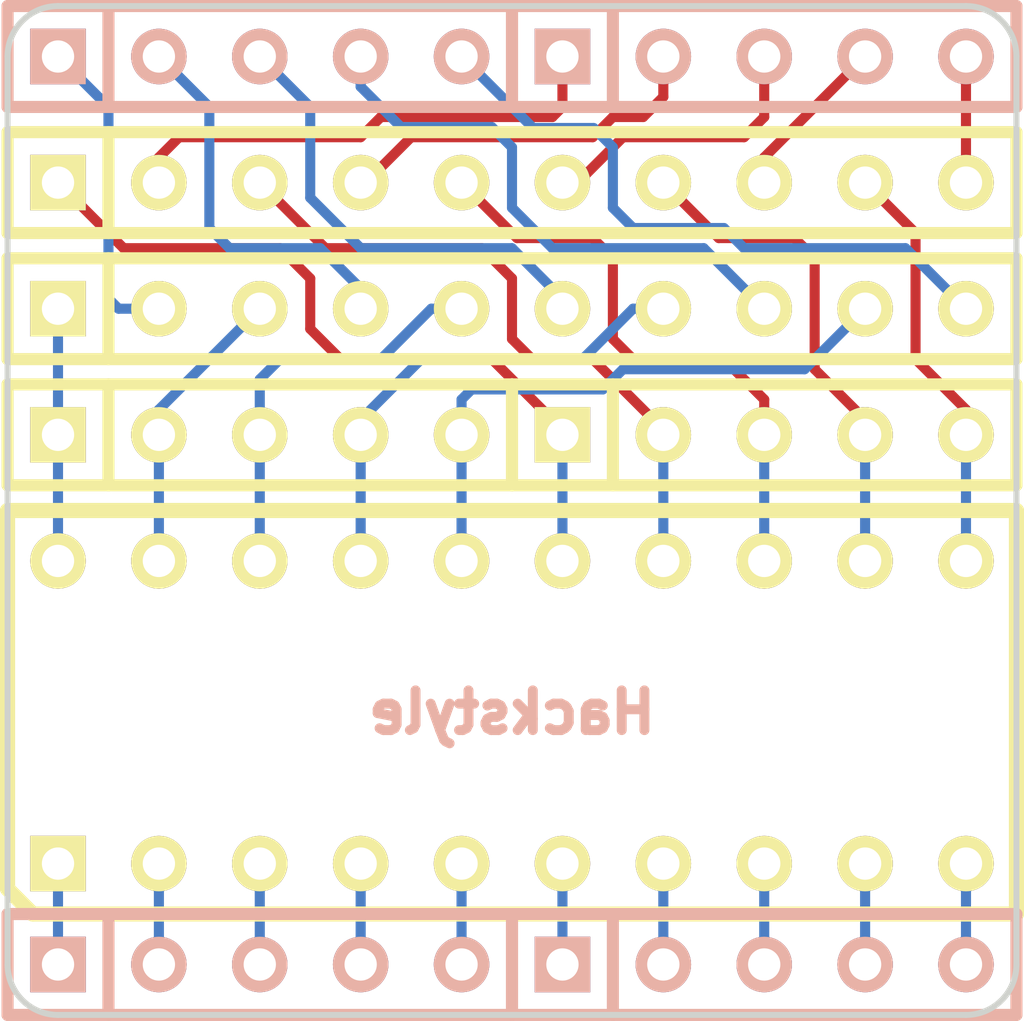
<source format=kicad_pcb>
(kicad_pcb (version 3) (host pcbnew "(2013-mar-25)-stable")

  (general
    (links 40)
    (no_connects 0)
    (area 223.075499 122.783599 249.364501 151.11476)
    (thickness 1.6)
    (drawings 9)
    (tracks 142)
    (zones 0)
    (modules 9)
    (nets 31)
  )

  (page A3)
  (layers
    (15 F.Cu signal)
    (0 B.Cu signal)
    (16 B.Adhes user)
    (17 F.Adhes user)
    (18 B.Paste user)
    (19 F.Paste user)
    (20 B.SilkS user)
    (21 F.SilkS user)
    (22 B.Mask user)
    (23 F.Mask user)
    (24 Dwgs.User user)
    (25 Cmts.User user)
    (26 Eco1.User user)
    (27 Eco2.User user)
    (28 Edge.Cuts user)
  )

  (setup
    (last_trace_width 0.254)
    (trace_clearance 0.254)
    (zone_clearance 0.508)
    (zone_45_only no)
    (trace_min 0.254)
    (segment_width 0.2)
    (edge_width 0.15)
    (via_size 0.889)
    (via_drill 0.635)
    (via_min_size 0.889)
    (via_min_drill 0.508)
    (uvia_size 0.508)
    (uvia_drill 0.127)
    (uvias_allowed no)
    (uvia_min_size 0.508)
    (uvia_min_drill 0.127)
    (pcb_text_width 0.3)
    (pcb_text_size 1 1)
    (mod_edge_width 0.15)
    (mod_text_size 1 1)
    (mod_text_width 0.15)
    (pad_size 1 1)
    (pad_drill 0.6)
    (pad_to_mask_clearance 0)
    (aux_axis_origin 0 0)
    (visible_elements FFFFFFBF)
    (pcbplotparams
      (layerselection 3178497)
      (usegerberextensions true)
      (excludeedgelayer true)
      (linewidth 152400)
      (plotframeref false)
      (viasonmask false)
      (mode 1)
      (useauxorigin false)
      (hpglpennumber 1)
      (hpglpenspeed 20)
      (hpglpendiameter 15)
      (hpglpenoverlay 2)
      (psnegative false)
      (psa4output false)
      (plotreference true)
      (plotvalue true)
      (plotothertext true)
      (plotinvisibletext false)
      (padsonsilk false)
      (subtractmaskfromsilk false)
      (outputformat 1)
      (mirror false)
      (drillshape 1)
      (scaleselection 1)
      (outputdirectory ""))
  )

  (net 0 "")
  (net 1 /11)
  (net 2 /12)
  (net 3 /13)
  (net 4 /14)
  (net 5 /15)
  (net 6 /16)
  (net 7 /17)
  (net 8 /18)
  (net 9 /19)
  (net 10 /20)
  (net 11 N-000001)
  (net 12 N-0000010)
  (net 13 N-0000011)
  (net 14 N-0000013)
  (net 15 N-0000014)
  (net 16 N-0000015)
  (net 17 N-0000016)
  (net 18 N-0000017)
  (net 19 N-0000018)
  (net 20 N-000002)
  (net 21 N-0000020)
  (net 22 N-0000021)
  (net 23 N-0000022)
  (net 24 N-000003)
  (net 25 N-000004)
  (net 26 N-000005)
  (net 27 N-000006)
  (net 28 N-000007)
  (net 29 N-000008)
  (net 30 N-000009)

  (net_class Default "This is the default net class."
    (clearance 0.254)
    (trace_width 0.254)
    (via_dia 0.889)
    (via_drill 0.635)
    (uvia_dia 0.508)
    (uvia_drill 0.127)
    (add_net "")
    (add_net /11)
    (add_net /12)
    (add_net /13)
    (add_net /14)
    (add_net /15)
    (add_net /16)
    (add_net /17)
    (add_net /18)
    (add_net /19)
    (add_net /20)
    (add_net N-000001)
    (add_net N-0000010)
    (add_net N-0000011)
    (add_net N-0000013)
    (add_net N-0000014)
    (add_net N-0000015)
    (add_net N-0000016)
    (add_net N-0000017)
    (add_net N-0000018)
    (add_net N-000002)
    (add_net N-0000020)
    (add_net N-0000021)
    (add_net N-0000022)
    (add_net N-000003)
    (add_net N-000004)
    (add_net N-000005)
    (add_net N-000006)
    (add_net N-000007)
    (add_net N-000008)
    (add_net N-000009)
  )

  (module SIL-5 (layer B.Cu) (tedit 5470FF15) (tstamp 546F30CB)
    (at 231.14 147.32)
    (descr "Connecteur 5 pins")
    (tags "CONN DEV")
    (path /54698C2B)
    (fp_text reference P1 (at -0.635 2.54) (layer B.SilkS) hide
      (effects (font (size 1.72974 1.08712) (thickness 0.27178)) (justify mirror))
    )
    (fp_text value CONN_5 (at 0 2.54) (layer B.SilkS) hide
      (effects (font (size 1.524 1.016) (thickness 0.3048)) (justify mirror))
    )
    (fp_line (start -7.62 -1.27) (end -7.62 1.27) (layer B.SilkS) (width 0.3048))
    (fp_line (start -7.62 1.27) (end 5.08 1.27) (layer B.SilkS) (width 0.3048))
    (fp_line (start 5.08 1.27) (end 5.08 -1.27) (layer B.SilkS) (width 0.3048))
    (fp_line (start 5.08 -1.27) (end -7.62 -1.27) (layer B.SilkS) (width 0.3048))
    (fp_line (start -5.08 -1.27) (end -5.08 1.27) (layer B.SilkS) (width 0.3048))
    (pad 1 thru_hole rect (at -6.35 0) (size 1.397 1.397) (drill 0.8128)
      (layers *.Cu *.Mask B.SilkS)
      (net 14 N-0000013)
    )
    (pad 2 thru_hole circle (at -3.81 0) (size 1.397 1.397) (drill 0.8128)
      (layers *.Cu *.Mask B.SilkS)
      (net 15 N-0000014)
    )
    (pad 3 thru_hole circle (at -1.27 0) (size 1.397 1.397) (drill 0.8128)
      (layers *.Cu *.Mask B.SilkS)
      (net 16 N-0000015)
    )
    (pad 4 thru_hole circle (at 1.27 0) (size 1.397 1.397) (drill 0.8128)
      (layers *.Cu *.Mask B.SilkS)
      (net 17 N-0000016)
    )
    (pad 5 thru_hole circle (at 3.81 0) (size 1.397 1.397) (drill 0.8128)
      (layers *.Cu *.Mask B.SilkS)
      (net 18 N-0000017)
    )
  )

  (module SIL-5 (layer B.Cu) (tedit 5470FF08) (tstamp 546F30D9)
    (at 243.84 147.32)
    (descr "Connecteur 5 pins")
    (tags "CONN DEV")
    (path /54698C43)
    (fp_text reference P2 (at -0.635 2.54) (layer B.SilkS) hide
      (effects (font (size 1.72974 1.08712) (thickness 0.27178)) (justify mirror))
    )
    (fp_text value CONN_5 (at 0 2.54) (layer B.SilkS) hide
      (effects (font (size 1.524 1.016) (thickness 0.3048)) (justify mirror))
    )
    (fp_line (start -7.62 -1.27) (end -7.62 1.27) (layer B.SilkS) (width 0.3048))
    (fp_line (start -7.62 1.27) (end 5.08 1.27) (layer B.SilkS) (width 0.3048))
    (fp_line (start 5.08 1.27) (end 5.08 -1.27) (layer B.SilkS) (width 0.3048))
    (fp_line (start 5.08 -1.27) (end -7.62 -1.27) (layer B.SilkS) (width 0.3048))
    (fp_line (start -5.08 -1.27) (end -5.08 1.27) (layer B.SilkS) (width 0.3048))
    (pad 1 thru_hole rect (at -6.35 0) (size 1.397 1.397) (drill 0.8128)
      (layers *.Cu *.Mask B.SilkS)
      (net 19 N-0000018)
    )
    (pad 2 thru_hole circle (at -3.81 0) (size 1.397 1.397) (drill 0.8128)
      (layers *.Cu *.Mask B.SilkS)
      (net 11 N-000001)
    )
    (pad 3 thru_hole circle (at -1.27 0) (size 1.397 1.397) (drill 0.8128)
      (layers *.Cu *.Mask B.SilkS)
      (net 20 N-000002)
    )
    (pad 4 thru_hole circle (at 1.27 0) (size 1.397 1.397) (drill 0.8128)
      (layers *.Cu *.Mask B.SilkS)
      (net 24 N-000003)
    )
    (pad 5 thru_hole circle (at 3.81 0) (size 1.397 1.397) (drill 0.8128)
      (layers *.Cu *.Mask B.SilkS)
      (net 25 N-000004)
    )
  )

  (module SIL-5 (layer B.Cu) (tedit 5470FF40) (tstamp 546F30E7)
    (at 231.14 124.46)
    (descr "Connecteur 5 pins")
    (tags "CONN DEV")
    (path /546C1AA1)
    (fp_text reference P5 (at -0.635 2.54) (layer B.SilkS) hide
      (effects (font (size 1.72974 1.08712) (thickness 0.27178)) (justify mirror))
    )
    (fp_text value CONN_5 (at 0 2.54) (layer B.SilkS) hide
      (effects (font (size 1.524 1.016) (thickness 0.254)) (justify mirror))
    )
    (fp_line (start -7.62 -1.27) (end -7.62 1.27) (layer B.SilkS) (width 0.3048))
    (fp_line (start -7.62 1.27) (end 5.08 1.27) (layer B.SilkS) (width 0.3048))
    (fp_line (start 5.08 1.27) (end 5.08 -1.27) (layer B.SilkS) (width 0.3048))
    (fp_line (start 5.08 -1.27) (end -7.62 -1.27) (layer B.SilkS) (width 0.3048))
    (fp_line (start -5.08 -1.27) (end -5.08 1.27) (layer B.SilkS) (width 0.3048))
    (pad 1 thru_hole rect (at -6.35 0) (size 1.397 1.397) (drill 0.8128)
      (layers *.Cu *.Mask B.SilkS)
      (net 26 N-000005)
    )
    (pad 2 thru_hole circle (at -3.81 0) (size 1.397 1.397) (drill 0.8128)
      (layers *.Cu *.Mask B.SilkS)
      (net 27 N-000006)
    )
    (pad 3 thru_hole circle (at -1.27 0) (size 1.397 1.397) (drill 0.8128)
      (layers *.Cu *.Mask B.SilkS)
      (net 28 N-000007)
    )
    (pad 4 thru_hole circle (at 1.27 0) (size 1.397 1.397) (drill 0.8128)
      (layers *.Cu *.Mask B.SilkS)
      (net 29 N-000008)
    )
    (pad 5 thru_hole circle (at 3.81 0) (size 1.397 1.397) (drill 0.8128)
      (layers *.Cu *.Mask B.SilkS)
      (net 30 N-000009)
    )
  )

  (module SIL-5 (layer B.Cu) (tedit 5470FFD0) (tstamp 5470EDD1)
    (at 243.84 124.46)
    (descr "Connecteur 5 pins")
    (tags "CONN DEV")
    (path /546C1AAE)
    (fp_text reference P6 (at -0.635 2.54) (layer B.SilkS) hide
      (effects (font (size 1.72974 1.08712) (thickness 0.27178)) (justify mirror))
    )
    (fp_text value CONN_5 (at 0 2.54) (layer B.SilkS) hide
      (effects (font (size 1.524 1.016) (thickness 0.254)) (justify mirror))
    )
    (fp_line (start -7.62 -1.27) (end -7.62 1.27) (layer B.SilkS) (width 0.3048))
    (fp_line (start -7.62 1.27) (end 5.08 1.27) (layer B.SilkS) (width 0.3048))
    (fp_line (start 5.08 1.27) (end 5.08 -1.27) (layer B.SilkS) (width 0.3048))
    (fp_line (start 5.08 -1.27) (end -7.62 -1.27) (layer B.SilkS) (width 0.3048))
    (fp_line (start -5.08 -1.27) (end -5.08 1.27) (layer B.SilkS) (width 0.3048))
    (pad 1 thru_hole rect (at -6.35 0) (size 1.397 1.397) (drill 0.8128)
      (layers *.Cu *.Mask B.SilkS)
      (net 12 N-0000010)
    )
    (pad 2 thru_hole circle (at -3.81 0) (size 1.397 1.397) (drill 0.8128)
      (layers *.Cu *.Mask B.SilkS)
      (net 13 N-0000011)
    )
    (pad 3 thru_hole circle (at -1.27 0) (size 1.397 1.397) (drill 0.8128)
      (layers *.Cu *.Mask B.SilkS)
      (net 21 N-0000020)
    )
    (pad 4 thru_hole circle (at 1.27 0) (size 1.397 1.397) (drill 0.8128)
      (layers *.Cu *.Mask B.SilkS)
      (net 22 N-0000021)
    )
    (pad 5 thru_hole circle (at 3.81 0) (size 1.397 1.397) (drill 0.8128)
      (layers *.Cu *.Mask B.SilkS)
      (net 23 N-0000022)
    )
  )

  (module SIL-5 (layer F.Cu) (tedit 5470FEF6) (tstamp 5470EA33)
    (at 231.14 133.985)
    (descr "Connecteur 5 pins")
    (tags "CONN DEV")
    (path /546D66EA)
    (fp_text reference P3 (at -0.635 -2.54) (layer F.SilkS) hide
      (effects (font (size 1.72974 1.08712) (thickness 0.27178)))
    )
    (fp_text value CONN_5 (at 0 -2.54) (layer F.SilkS) hide
      (effects (font (size 1.524 1.016) (thickness 0.3048)))
    )
    (fp_line (start -7.62 1.27) (end -7.62 -1.27) (layer F.SilkS) (width 0.3048))
    (fp_line (start -7.62 -1.27) (end 5.08 -1.27) (layer F.SilkS) (width 0.3048))
    (fp_line (start 5.08 -1.27) (end 5.08 1.27) (layer F.SilkS) (width 0.3048))
    (fp_line (start 5.08 1.27) (end -7.62 1.27) (layer F.SilkS) (width 0.3048))
    (fp_line (start -5.08 1.27) (end -5.08 -1.27) (layer F.SilkS) (width 0.3048))
    (pad 1 thru_hole rect (at -6.35 0) (size 1.397 1.397) (drill 0.8128)
      (layers *.Cu *.Mask F.SilkS)
      (net 10 /20)
    )
    (pad 2 thru_hole circle (at -3.81 0) (size 1.397 1.397) (drill 0.8128)
      (layers *.Cu *.Mask F.SilkS)
      (net 9 /19)
    )
    (pad 3 thru_hole circle (at -1.27 0) (size 1.397 1.397) (drill 0.8128)
      (layers *.Cu *.Mask F.SilkS)
      (net 8 /18)
    )
    (pad 4 thru_hole circle (at 1.27 0) (size 1.397 1.397) (drill 0.8128)
      (layers *.Cu *.Mask F.SilkS)
      (net 7 /17)
    )
    (pad 5 thru_hole circle (at 3.81 0) (size 1.397 1.397) (drill 0.8128)
      (layers *.Cu *.Mask F.SilkS)
      (net 6 /16)
    )
  )

  (module SIL-5 (layer F.Cu) (tedit 5470FF23) (tstamp 5470EA42)
    (at 243.84 133.985)
    (descr "Connecteur 5 pins")
    (tags "CONN DEV")
    (path /546D66F0)
    (fp_text reference P4 (at -0.635 -2.54) (layer F.SilkS) hide
      (effects (font (size 1.72974 1.08712) (thickness 0.27178)))
    )
    (fp_text value CONN_5 (at 0 -2.54) (layer F.SilkS) hide
      (effects (font (size 1.524 1.016) (thickness 0.3048)))
    )
    (fp_line (start -7.62 1.27) (end -7.62 -1.27) (layer F.SilkS) (width 0.3048))
    (fp_line (start -7.62 -1.27) (end 5.08 -1.27) (layer F.SilkS) (width 0.3048))
    (fp_line (start 5.08 -1.27) (end 5.08 1.27) (layer F.SilkS) (width 0.3048))
    (fp_line (start 5.08 1.27) (end -7.62 1.27) (layer F.SilkS) (width 0.3048))
    (fp_line (start -5.08 1.27) (end -5.08 -1.27) (layer F.SilkS) (width 0.3048))
    (pad 1 thru_hole rect (at -6.35 0) (size 1.397 1.397) (drill 0.8128)
      (layers *.Cu *.Mask F.SilkS)
      (net 5 /15)
    )
    (pad 2 thru_hole circle (at -3.81 0) (size 1.397 1.397) (drill 0.8128)
      (layers *.Cu *.Mask F.SilkS)
      (net 4 /14)
    )
    (pad 3 thru_hole circle (at -1.27 0) (size 1.397 1.397) (drill 0.8128)
      (layers *.Cu *.Mask F.SilkS)
      (net 3 /13)
    )
    (pad 4 thru_hole circle (at 1.27 0) (size 1.397 1.397) (drill 0.8128)
      (layers *.Cu *.Mask F.SilkS)
      (net 2 /12)
    )
    (pad 5 thru_hole circle (at 3.81 0) (size 1.397 1.397) (drill 0.8128)
      (layers *.Cu *.Mask F.SilkS)
      (net 1 /11)
    )
  )

  (module SIL-10 (layer F.Cu) (tedit 5470FFB7) (tstamp 5470EDAE)
    (at 236.22 130.81)
    (descr "Connecteur 10 pins")
    (tags "CONN DEV")
    (path /546D60AC)
    (fp_text reference RP1 (at -6.35 -2.54) (layer F.SilkS) hide
      (effects (font (size 1.72974 1.08712) (thickness 0.27178)))
    )
    (fp_text value 220 (at 6.35 -2.54) (layer F.SilkS) hide
      (effects (font (size 1.524 1.016) (thickness 0.254)))
    )
    (fp_line (start -12.7 1.27) (end -12.7 -1.27) (layer F.SilkS) (width 0.3048))
    (fp_line (start -12.7 -1.27) (end 12.7 -1.27) (layer F.SilkS) (width 0.3048))
    (fp_line (start 12.7 -1.27) (end 12.7 1.27) (layer F.SilkS) (width 0.3048))
    (fp_line (start 12.7 1.27) (end -12.7 1.27) (layer F.SilkS) (width 0.3048))
    (fp_line (start -10.16 1.27) (end -10.16 -1.27) (layer F.SilkS) (width 0.3048))
    (pad 1 thru_hole rect (at -11.43 0) (size 1.397 1.397) (drill 0.8128)
      (layers *.Cu *.Mask F.SilkS)
      (net 10 /20)
    )
    (pad 2 thru_hole circle (at -8.89 0) (size 1.397 1.397) (drill 0.8128)
      (layers *.Cu *.Mask F.SilkS)
      (net 26 N-000005)
    )
    (pad 3 thru_hole circle (at -6.35 0) (size 1.397 1.397) (drill 0.8128)
      (layers *.Cu *.Mask F.SilkS)
      (net 9 /19)
    )
    (pad 4 thru_hole circle (at -3.81 0) (size 1.397 1.397) (drill 0.8128)
      (layers *.Cu *.Mask F.SilkS)
      (net 27 N-000006)
    )
    (pad 5 thru_hole circle (at -1.27 0) (size 1.397 1.397) (drill 0.8128)
      (layers *.Cu *.Mask F.SilkS)
      (net 8 /18)
    )
    (pad 6 thru_hole circle (at 1.27 0) (size 1.397 1.397) (drill 0.8128)
      (layers *.Cu *.Mask F.SilkS)
      (net 28 N-000007)
    )
    (pad 7 thru_hole circle (at 3.81 0) (size 1.397 1.397) (drill 0.8128)
      (layers *.Cu *.Mask F.SilkS)
      (net 7 /17)
    )
    (pad 8 thru_hole circle (at 6.35 0) (size 1.397 1.397) (drill 0.8128)
      (layers *.Cu *.Mask F.SilkS)
      (net 29 N-000008)
    )
    (pad 9 thru_hole circle (at 8.89 0) (size 1.397 1.397) (drill 0.8128)
      (layers *.Cu *.Mask F.SilkS)
      (net 6 /16)
    )
    (pad 10 thru_hole circle (at 11.43 0) (size 1.397 1.397) (drill 0.8128)
      (layers *.Cu *.Mask F.SilkS)
      (net 30 N-000009)
    )
  )

  (module SIL-10 (layer F.Cu) (tedit 5470FFF5) (tstamp 5470EDC2)
    (at 236.22 127.635)
    (descr "Connecteur 10 pins")
    (tags "CONN DEV")
    (path /546D60B9)
    (fp_text reference RP2 (at -6.35 -2.54) (layer F.SilkS) hide
      (effects (font (size 1.72974 1.08712) (thickness 0.27178)))
    )
    (fp_text value 220 (at 6.35 -2.54) (layer F.SilkS) hide
      (effects (font (size 1.524 1.016) (thickness 0.254)))
    )
    (fp_line (start -12.7 1.27) (end -12.7 -1.27) (layer F.SilkS) (width 0.3048))
    (fp_line (start -12.7 -1.27) (end 12.7 -1.27) (layer F.SilkS) (width 0.3048))
    (fp_line (start 12.7 -1.27) (end 12.7 1.27) (layer F.SilkS) (width 0.3048))
    (fp_line (start 12.7 1.27) (end -12.7 1.27) (layer F.SilkS) (width 0.3048))
    (fp_line (start -10.16 1.27) (end -10.16 -1.27) (layer F.SilkS) (width 0.3048))
    (pad 1 thru_hole rect (at -11.43 0) (size 1.397 1.397) (drill 0.8128)
      (layers *.Cu *.Mask F.SilkS)
      (net 5 /15)
    )
    (pad 2 thru_hole circle (at -8.89 0) (size 1.397 1.397) (drill 0.8128)
      (layers *.Cu *.Mask F.SilkS)
      (net 12 N-0000010)
    )
    (pad 3 thru_hole circle (at -6.35 0) (size 1.397 1.397) (drill 0.8128)
      (layers *.Cu *.Mask F.SilkS)
      (net 4 /14)
    )
    (pad 4 thru_hole circle (at -3.81 0) (size 1.397 1.397) (drill 0.8128)
      (layers *.Cu *.Mask F.SilkS)
      (net 13 N-0000011)
    )
    (pad 5 thru_hole circle (at -1.27 0) (size 1.397 1.397) (drill 0.8128)
      (layers *.Cu *.Mask F.SilkS)
      (net 3 /13)
    )
    (pad 6 thru_hole circle (at 1.27 0) (size 1.397 1.397) (drill 0.8128)
      (layers *.Cu *.Mask F.SilkS)
      (net 21 N-0000020)
    )
    (pad 7 thru_hole circle (at 3.81 0) (size 1.397 1.397) (drill 0.8128)
      (layers *.Cu *.Mask F.SilkS)
      (net 2 /12)
    )
    (pad 8 thru_hole circle (at 6.35 0) (size 1.397 1.397) (drill 0.8128)
      (layers *.Cu *.Mask F.SilkS)
      (net 22 N-0000021)
    )
    (pad 9 thru_hole circle (at 8.89 0) (size 1.397 1.397) (drill 0.8128)
      (layers *.Cu *.Mask F.SilkS)
      (net 1 /11)
    )
    (pad 10 thru_hole circle (at 11.43 0) (size 1.397 1.397) (drill 0.8128)
      (layers *.Cu *.Mask F.SilkS)
      (net 23 N-0000022)
    )
  )

  (module 10LED_BAR (layer F.Cu) (tedit 5470FEE8) (tstamp 5470FFA6)
    (at 236.22 140.97)
    (descr "20 pins DIL package, round pads")
    (tags DIL)
    (path /54698BB5)
    (fp_text reference BAR1 (at -8.89 -1.27) (layer F.SilkS) hide
      (effects (font (size 1.778 1.143) (thickness 0.28575)))
    )
    (fp_text value DOT-BAR2 (at 6.985 1.27) (layer F.SilkS) hide
      (effects (font (size 1.778 1.143) (thickness 0.28575)))
    )
    (fp_line (start -12.7 4.445) (end -12.065 5.08) (layer F.SilkS) (width 0.381))
    (fp_line (start -12.7 -5.08) (end -12.7 4.445) (layer F.SilkS) (width 0.381))
    (fp_line (start -12.7 -5.08) (end 12.7 -5.08) (layer F.SilkS) (width 0.381))
    (fp_line (start 12.7 -5.08) (end 12.7 5.08) (layer F.SilkS) (width 0.381))
    (fp_line (start 12.7 5.08) (end -12.065 5.08) (layer F.SilkS) (width 0.381))
    (pad 1 thru_hole rect (at -11.43 3.81) (size 1.397 1.397) (drill 0.8128)
      (layers *.Cu *.Mask F.SilkS)
      (net 14 N-0000013)
    )
    (pad 2 thru_hole circle (at -8.89 3.81) (size 1.397 1.397) (drill 0.8128)
      (layers *.Cu *.Mask F.SilkS)
      (net 15 N-0000014)
    )
    (pad 3 thru_hole circle (at -6.35 3.81) (size 1.397 1.397) (drill 0.8128)
      (layers *.Cu *.Mask F.SilkS)
      (net 16 N-0000015)
    )
    (pad 4 thru_hole circle (at -3.81 3.81) (size 1.397 1.397) (drill 0.8128)
      (layers *.Cu *.Mask F.SilkS)
      (net 17 N-0000016)
    )
    (pad 5 thru_hole circle (at -1.27 3.81) (size 1.397 1.397) (drill 0.8128)
      (layers *.Cu *.Mask F.SilkS)
      (net 18 N-0000017)
    )
    (pad 6 thru_hole circle (at 1.27 3.81) (size 1.397 1.397) (drill 0.8128)
      (layers *.Cu *.Mask F.SilkS)
      (net 19 N-0000018)
    )
    (pad 7 thru_hole circle (at 3.81 3.81) (size 1.397 1.397) (drill 0.8128)
      (layers *.Cu *.Mask F.SilkS)
      (net 11 N-000001)
    )
    (pad 8 thru_hole circle (at 6.35 3.81) (size 1.397 1.397) (drill 0.8128)
      (layers *.Cu *.Mask F.SilkS)
      (net 20 N-000002)
    )
    (pad 9 thru_hole circle (at 8.89 3.81) (size 1.397 1.397) (drill 0.8128)
      (layers *.Cu *.Mask F.SilkS)
      (net 24 N-000003)
    )
    (pad 10 thru_hole circle (at 11.43 3.81) (size 1.397 1.397) (drill 0.8128)
      (layers *.Cu *.Mask F.SilkS)
      (net 25 N-000004)
    )
    (pad 11 thru_hole circle (at 11.43 -3.81) (size 1.397 1.397) (drill 0.8128)
      (layers *.Cu *.Mask F.SilkS)
      (net 1 /11)
    )
    (pad 12 thru_hole circle (at 8.89 -3.81) (size 1.397 1.397) (drill 0.8128)
      (layers *.Cu *.Mask F.SilkS)
      (net 2 /12)
    )
    (pad 13 thru_hole circle (at 6.35 -3.81) (size 1.397 1.397) (drill 0.8128)
      (layers *.Cu *.Mask F.SilkS)
      (net 3 /13)
    )
    (pad 14 thru_hole circle (at 3.81 -3.81) (size 1.397 1.397) (drill 0.8128)
      (layers *.Cu *.Mask F.SilkS)
      (net 4 /14)
    )
    (pad 15 thru_hole circle (at 1.27 -3.81) (size 1.397 1.397) (drill 0.8128)
      (layers *.Cu *.Mask F.SilkS)
      (net 5 /15)
    )
    (pad 16 thru_hole circle (at -1.27 -3.81) (size 1.397 1.397) (drill 0.8128)
      (layers *.Cu *.Mask F.SilkS)
      (net 6 /16)
    )
    (pad 17 thru_hole circle (at -3.81 -3.81) (size 1.397 1.397) (drill 0.8128)
      (layers *.Cu *.Mask F.SilkS)
      (net 7 /17)
    )
    (pad 18 thru_hole circle (at -6.35 -3.81) (size 1.397 1.397) (drill 0.8128)
      (layers *.Cu *.Mask F.SilkS)
      (net 8 /18)
    )
    (pad 19 thru_hole circle (at -8.89 -3.81) (size 1.397 1.397) (drill 0.8128)
      (layers *.Cu *.Mask F.SilkS)
      (net 9 /19)
    )
    (pad 20 thru_hole circle (at -11.43 -3.81) (size 1.397 1.397) (drill 0.8128)
      (layers *.Cu *.Mask F.SilkS)
      (net 10 /20)
    )
  )

  (gr_text Hackstyle (at 236.22 140.97) (layer B.SilkS)
    (effects (font (size 1 1) (thickness 0.25)) (justify mirror))
  )
  (gr_line (start 223.52 124.46) (end 223.52 147.32) (angle 90) (layer Edge.Cuts) (width 0.15))
  (gr_line (start 247.65 123.19) (end 224.79 123.19) (angle 90) (layer Edge.Cuts) (width 0.15))
  (gr_line (start 248.92 147.32) (end 248.92 124.46) (angle 90) (layer Edge.Cuts) (width 0.15))
  (gr_line (start 224.79 148.59) (end 247.65 148.59) (angle 90) (layer Edge.Cuts) (width 0.15))
  (gr_arc (start 224.79 147.32) (end 224.79 148.59) (angle 90) (layer Edge.Cuts) (width 0.15))
  (gr_arc (start 224.79 124.46) (end 223.52 124.46) (angle 90) (layer Edge.Cuts) (width 0.15))
  (gr_arc (start 247.65 124.46) (end 247.65 123.19) (angle 90) (layer Edge.Cuts) (width 0.15))
  (gr_arc (start 247.65 147.32) (end 248.92 147.32) (angle 90) (layer Edge.Cuts) (width 0.15))

  (segment (start 247.65 133.985) (end 247.65 133.35) (width 0.254) (layer F.Cu) (net 1))
  (segment (start 246.38 128.905) (end 245.11 127.635) (width 0.254) (layer F.Cu) (net 1) (tstamp 5471019C))
  (segment (start 246.38 132.08) (end 246.38 128.905) (width 0.254) (layer F.Cu) (net 1) (tstamp 54710199))
  (segment (start 247.65 133.35) (end 246.38 132.08) (width 0.254) (layer F.Cu) (net 1) (tstamp 54710194))
  (segment (start 247.65 137.16) (end 247.65 133.985) (width 0.254) (layer B.Cu) (net 1))
  (segment (start 245.11 133.985) (end 245.11 133.604) (width 0.254) (layer F.Cu) (net 2))
  (segment (start 241.427 129.032) (end 240.03 127.635) (width 0.254) (layer F.Cu) (net 2) (tstamp 547101C6))
  (segment (start 243.332 129.032) (end 241.427 129.032) (width 0.254) (layer F.Cu) (net 2) (tstamp 547101C4))
  (segment (start 243.84 129.54) (end 243.332 129.032) (width 0.254) (layer F.Cu) (net 2) (tstamp 547101C3))
  (segment (start 243.84 132.334) (end 243.84 129.54) (width 0.254) (layer F.Cu) (net 2) (tstamp 547101BE))
  (segment (start 245.11 133.604) (end 243.84 132.334) (width 0.254) (layer F.Cu) (net 2) (tstamp 547101BA))
  (segment (start 245.11 137.16) (end 245.11 133.985) (width 0.254) (layer B.Cu) (net 2))
  (segment (start 242.57 133.985) (end 242.57 133.096) (width 0.254) (layer F.Cu) (net 3))
  (segment (start 236.347 129.032) (end 234.95 127.635) (width 0.254) (layer F.Cu) (net 3) (tstamp 547101DE))
  (segment (start 238.252 129.032) (end 236.347 129.032) (width 0.254) (layer F.Cu) (net 3) (tstamp 547101DD))
  (segment (start 238.76 129.54) (end 238.252 129.032) (width 0.254) (layer F.Cu) (net 3) (tstamp 547101DA))
  (segment (start 238.76 131.572) (end 238.76 129.54) (width 0.254) (layer F.Cu) (net 3) (tstamp 547101D8))
  (segment (start 239.268 132.08) (end 238.76 131.572) (width 0.254) (layer F.Cu) (net 3) (tstamp 547101D7))
  (segment (start 241.554 132.08) (end 239.268 132.08) (width 0.254) (layer F.Cu) (net 3) (tstamp 547101D0))
  (segment (start 242.57 133.096) (end 241.554 132.08) (width 0.254) (layer F.Cu) (net 3) (tstamp 547101CB))
  (segment (start 242.57 137.16) (end 242.57 133.985) (width 0.254) (layer B.Cu) (net 3))
  (segment (start 240.03 133.985) (end 240.03 133.858) (width 0.254) (layer F.Cu) (net 4))
  (segment (start 231.521 129.286) (end 229.87 127.635) (width 0.254) (layer F.Cu) (net 4) (tstamp 547101FB))
  (segment (start 235.458 129.286) (end 231.521 129.286) (width 0.254) (layer F.Cu) (net 4) (tstamp 547101F8))
  (segment (start 236.22 130.048) (end 235.458 129.286) (width 0.254) (layer F.Cu) (net 4) (tstamp 547101F2))
  (segment (start 236.22 131.572) (end 236.22 130.048) (width 0.254) (layer F.Cu) (net 4) (tstamp 547101EF))
  (segment (start 236.728 132.08) (end 236.22 131.572) (width 0.254) (layer F.Cu) (net 4) (tstamp 547101EE))
  (segment (start 238.252 132.08) (end 236.728 132.08) (width 0.254) (layer F.Cu) (net 4) (tstamp 547101E9))
  (segment (start 240.03 133.858) (end 238.252 132.08) (width 0.254) (layer F.Cu) (net 4) (tstamp 547101E2))
  (segment (start 240.03 137.16) (end 240.03 133.985) (width 0.254) (layer B.Cu) (net 4))
  (segment (start 237.49 133.985) (end 237.49 133.858) (width 0.254) (layer F.Cu) (net 5))
  (segment (start 226.441 129.286) (end 224.79 127.635) (width 0.254) (layer F.Cu) (net 5) (tstamp 5471021C))
  (segment (start 230.378 129.286) (end 226.441 129.286) (width 0.254) (layer F.Cu) (net 5) (tstamp 54710218))
  (segment (start 231.14 130.048) (end 230.378 129.286) (width 0.254) (layer F.Cu) (net 5) (tstamp 54710216))
  (segment (start 231.14 131.318) (end 231.14 130.048) (width 0.254) (layer F.Cu) (net 5) (tstamp 54710212))
  (segment (start 231.902 132.08) (end 231.14 131.318) (width 0.254) (layer F.Cu) (net 5) (tstamp 54710210))
  (segment (start 235.712 132.08) (end 231.902 132.08) (width 0.254) (layer F.Cu) (net 5) (tstamp 54710206))
  (segment (start 237.49 133.858) (end 235.712 132.08) (width 0.254) (layer F.Cu) (net 5) (tstamp 54710202))
  (segment (start 237.49 137.16) (end 237.49 133.985) (width 0.254) (layer B.Cu) (net 5))
  (segment (start 234.95 133.985) (end 234.95 133.096) (width 0.254) (layer B.Cu) (net 6))
  (segment (start 243.586 132.334) (end 245.11 130.81) (width 0.254) (layer B.Cu) (net 6) (tstamp 5470FDED))
  (segment (start 239.014 132.334) (end 243.586 132.334) (width 0.254) (layer B.Cu) (net 6) (tstamp 5470FDEB))
  (segment (start 238.506 132.842) (end 239.014 132.334) (width 0.254) (layer B.Cu) (net 6) (tstamp 5470FDEA))
  (segment (start 235.204 132.842) (end 238.506 132.842) (width 0.254) (layer B.Cu) (net 6) (tstamp 5470FDE4))
  (segment (start 234.95 133.096) (end 235.204 132.842) (width 0.254) (layer B.Cu) (net 6) (tstamp 5470FDE2))
  (segment (start 234.95 137.16) (end 234.95 133.985) (width 0.254) (layer B.Cu) (net 6))
  (segment (start 232.41 133.985) (end 232.41 133.604) (width 0.254) (layer B.Cu) (net 7))
  (segment (start 239.268 130.81) (end 240.03 130.81) (width 0.254) (layer B.Cu) (net 7) (tstamp 5470F29B))
  (segment (start 237.998 132.08) (end 239.268 130.81) (width 0.254) (layer B.Cu) (net 7) (tstamp 5470F299))
  (segment (start 233.934 132.08) (end 237.998 132.08) (width 0.254) (layer B.Cu) (net 7) (tstamp 5470F292))
  (segment (start 232.41 133.604) (end 233.934 132.08) (width 0.254) (layer B.Cu) (net 7) (tstamp 5470F281))
  (segment (start 232.41 137.16) (end 232.41 133.985) (width 0.254) (layer B.Cu) (net 7))
  (segment (start 229.87 133.985) (end 229.87 132.588) (width 0.254) (layer B.Cu) (net 8))
  (segment (start 234.188 130.81) (end 234.95 130.81) (width 0.254) (layer B.Cu) (net 8) (tstamp 5470F27C))
  (segment (start 232.918 132.08) (end 234.188 130.81) (width 0.254) (layer B.Cu) (net 8) (tstamp 5470F279))
  (segment (start 230.378 132.08) (end 232.918 132.08) (width 0.254) (layer B.Cu) (net 8) (tstamp 5470F274))
  (segment (start 229.87 132.588) (end 230.378 132.08) (width 0.254) (layer B.Cu) (net 8) (tstamp 5470F270))
  (segment (start 229.87 137.16) (end 229.87 133.985) (width 0.254) (layer B.Cu) (net 8))
  (segment (start 227.33 133.985) (end 227.33 133.35) (width 0.254) (layer B.Cu) (net 9))
  (segment (start 227.33 133.35) (end 229.87 130.81) (width 0.254) (layer B.Cu) (net 9) (tstamp 5470F112))
  (segment (start 227.33 137.16) (end 227.33 133.985) (width 0.254) (layer B.Cu) (net 9))
  (segment (start 224.79 133.985) (end 224.79 130.81) (width 0.254) (layer B.Cu) (net 10))
  (segment (start 224.79 137.16) (end 224.79 133.985) (width 0.254) (layer B.Cu) (net 10))
  (segment (start 240.03 144.78) (end 240.03 147.32) (width 0.254) (layer B.Cu) (net 11))
  (via (at 240.03 147.32) (size 0.889) (layers F.Cu B.Cu) (net 11))
  (segment (start 227.33 127.635) (end 227.33 127) (width 0.254) (layer F.Cu) (net 12))
  (segment (start 237.49 125.73) (end 237.49 124.46) (width 0.254) (layer F.Cu) (net 12) (tstamp 54710189))
  (segment (start 237.236002 125.983998) (end 237.49 125.73) (width 0.254) (layer F.Cu) (net 12) (tstamp 54710188))
  (segment (start 232.918002 125.983998) (end 237.236002 125.983998) (width 0.254) (layer F.Cu) (net 12) (tstamp 54710186))
  (segment (start 232.41 126.492) (end 232.918002 125.983998) (width 0.254) (layer F.Cu) (net 12) (tstamp 54710184))
  (segment (start 227.838 126.492) (end 232.41 126.492) (width 0.254) (layer F.Cu) (net 12) (tstamp 54710182))
  (segment (start 227.33 127) (end 227.838 126.492) (width 0.254) (layer F.Cu) (net 12) (tstamp 5471017F))
  (via (at 240.03 124.46) (size 0.889) (layers F.Cu B.Cu) (net 13))
  (segment (start 232.41 127.635) (end 232.537 127.635) (width 0.254) (layer F.Cu) (net 13))
  (segment (start 240.03 125.476) (end 240.03 124.46) (width 0.254) (layer F.Cu) (net 13) (tstamp 5471016A))
  (segment (start 239.522002 125.983998) (end 240.03 125.476) (width 0.254) (layer F.Cu) (net 13) (tstamp 54710168))
  (segment (start 238.760002 125.983998) (end 239.522002 125.983998) (width 0.254) (layer F.Cu) (net 13) (tstamp 54710163))
  (segment (start 238.252 126.492) (end 238.760002 125.983998) (width 0.254) (layer F.Cu) (net 13) (tstamp 54710162))
  (segment (start 233.68 126.492) (end 238.252 126.492) (width 0.254) (layer F.Cu) (net 13) (tstamp 5471015F))
  (segment (start 232.537 127.635) (end 233.68 126.492) (width 0.254) (layer F.Cu) (net 13) (tstamp 5471015B))
  (segment (start 224.79 144.78) (end 224.79 147.32) (width 0.254) (layer B.Cu) (net 14))
  (via (at 224.79 147.32) (size 0.889) (layers F.Cu B.Cu) (net 14))
  (segment (start 227.33 144.78) (end 227.33 147.32) (width 0.254) (layer B.Cu) (net 15))
  (via (at 227.33 147.32) (size 0.889) (layers F.Cu B.Cu) (net 15))
  (segment (start 229.87 144.78) (end 229.87 147.32) (width 0.254) (layer B.Cu) (net 16))
  (via (at 229.87 147.32) (size 0.889) (layers F.Cu B.Cu) (net 16))
  (segment (start 232.41 144.78) (end 232.41 147.32) (width 0.254) (layer B.Cu) (net 17))
  (via (at 232.41 147.32) (size 0.889) (layers F.Cu B.Cu) (net 17))
  (segment (start 234.95 144.78) (end 234.95 147.32) (width 0.254) (layer B.Cu) (net 18))
  (via (at 234.95 147.32) (size 0.889) (layers F.Cu B.Cu) (net 18))
  (segment (start 237.49 144.78) (end 237.49 147.32) (width 0.254) (layer B.Cu) (net 19))
  (via (at 237.49 147.32) (size 0.889) (layers F.Cu B.Cu) (net 19))
  (segment (start 242.57 144.78) (end 242.57 147.32) (width 0.254) (layer B.Cu) (net 20))
  (via (at 242.57 147.32) (size 0.889) (layers F.Cu B.Cu) (net 20))
  (segment (start 237.49 127.635) (end 237.871 127.635) (width 0.254) (layer F.Cu) (net 21))
  (segment (start 242.57 125.984) (end 242.57 124.46) (width 0.254) (layer F.Cu) (net 21) (tstamp 54710153))
  (segment (start 242.062 126.492) (end 242.57 125.984) (width 0.254) (layer F.Cu) (net 21) (tstamp 54710152))
  (segment (start 239.014 126.492) (end 242.062 126.492) (width 0.254) (layer F.Cu) (net 21) (tstamp 5471014E))
  (segment (start 237.871 127.635) (end 239.014 126.492) (width 0.254) (layer F.Cu) (net 21) (tstamp 5471014C))
  (via (at 242.57 124.46) (size 0.889) (layers F.Cu B.Cu) (net 21))
  (segment (start 242.57 127.635) (end 242.57 127) (width 0.254) (layer F.Cu) (net 22))
  (segment (start 242.57 127) (end 245.11 124.46) (width 0.254) (layer F.Cu) (net 22) (tstamp 54710122))
  (via (at 245.11 124.46) (size 0.889) (layers F.Cu B.Cu) (net 22))
  (segment (start 247.65 127.635) (end 247.65 124.46) (width 0.254) (layer F.Cu) (net 23))
  (via (at 247.65 124.46) (size 0.889) (layers F.Cu B.Cu) (net 23))
  (segment (start 245.11 144.78) (end 245.11 147.32) (width 0.254) (layer B.Cu) (net 24))
  (via (at 245.11 147.32) (size 0.889) (layers F.Cu B.Cu) (net 24))
  (segment (start 247.65 144.78) (end 247.65 147.32) (width 0.254) (layer B.Cu) (net 25))
  (via (at 247.65 147.32) (size 0.889) (layers F.Cu B.Cu) (net 25))
  (segment (start 227.33 130.81) (end 226.314 130.81) (width 0.254) (layer B.Cu) (net 26))
  (segment (start 226.06 125.73) (end 224.79 124.46) (width 0.254) (layer B.Cu) (net 26) (tstamp 5470F154))
  (segment (start 226.06 130.556) (end 226.06 125.73) (width 0.254) (layer B.Cu) (net 26) (tstamp 5470F150))
  (segment (start 226.314 130.81) (end 226.06 130.556) (width 0.254) (layer B.Cu) (net 26) (tstamp 5470F14B))
  (segment (start 228.6 125.73) (end 227.33 124.46) (width 0.254) (layer B.Cu) (net 27) (tstamp 5470F193))
  (segment (start 228.6 128.778) (end 228.6 125.73) (width 0.254) (layer B.Cu) (net 27) (tstamp 5470F18F))
  (segment (start 229.108 129.286) (end 228.6 128.778) (width 0.254) (layer B.Cu) (net 27) (tstamp 5470F173))
  (segment (start 231.394 129.286) (end 229.108 129.286) (width 0.254) (layer B.Cu) (net 27) (tstamp 5470F16A))
  (segment (start 232.41 130.302) (end 231.394 129.286) (width 0.254) (layer B.Cu) (net 27) (tstamp 5470F166))
  (segment (start 232.41 130.81) (end 232.41 130.302) (width 0.254) (layer B.Cu) (net 27))
  (segment (start 237.49 130.81) (end 237.49 130.556) (width 0.254) (layer B.Cu) (net 28))
  (segment (start 231.14 125.73) (end 229.87 124.46) (width 0.254) (layer B.Cu) (net 28) (tstamp 5470F258))
  (segment (start 231.14 128.016) (end 231.14 125.73) (width 0.254) (layer B.Cu) (net 28) (tstamp 5470F254))
  (segment (start 232.41 129.286) (end 231.14 128.016) (width 0.254) (layer B.Cu) (net 28) (tstamp 5470F252))
  (segment (start 236.22 129.286) (end 232.41 129.286) (width 0.254) (layer B.Cu) (net 28) (tstamp 5470F24A))
  (segment (start 237.49 130.556) (end 236.22 129.286) (width 0.254) (layer B.Cu) (net 28) (tstamp 5470F245))
  (segment (start 242.57 130.81) (end 241.046 129.286) (width 0.254) (layer B.Cu) (net 29))
  (segment (start 232.41 125.222) (end 232.41 124.46) (width 0.254) (layer B.Cu) (net 29) (tstamp 5470F2F5))
  (segment (start 233.426 126.238) (end 232.41 125.222) (width 0.254) (layer B.Cu) (net 29) (tstamp 5470F2F1))
  (segment (start 235.712 126.238) (end 233.426 126.238) (width 0.254) (layer B.Cu) (net 29) (tstamp 5470F2E8))
  (segment (start 236.22 126.746) (end 235.712 126.238) (width 0.254) (layer B.Cu) (net 29) (tstamp 5470F2E5))
  (segment (start 236.22 128.27) (end 236.22 126.746) (width 0.254) (layer B.Cu) (net 29) (tstamp 5470F2E3))
  (segment (start 237.236 129.286) (end 236.22 128.27) (width 0.254) (layer B.Cu) (net 29) (tstamp 5470F2E1))
  (segment (start 241.046 129.286) (end 237.236 129.286) (width 0.254) (layer B.Cu) (net 29) (tstamp 5470F2C9))
  (segment (start 247.65 130.81) (end 246.126 129.286) (width 0.254) (layer B.Cu) (net 30))
  (segment (start 236.749788 126.259788) (end 234.95 124.46) (width 0.254) (layer B.Cu) (net 30) (tstamp 5470FE81))
  (segment (start 238.273788 126.259788) (end 236.749788 126.259788) (width 0.254) (layer B.Cu) (net 30) (tstamp 5470FE7F))
  (segment (start 238.76 126.746) (end 238.273788 126.259788) (width 0.254) (layer B.Cu) (net 30) (tstamp 5470FE78))
  (segment (start 238.76 128.27) (end 238.76 126.746) (width 0.254) (layer B.Cu) (net 30) (tstamp 5470FE74))
  (segment (start 239.267998 128.777998) (end 238.76 128.27) (width 0.254) (layer B.Cu) (net 30) (tstamp 5470FE72))
  (segment (start 241.553998 128.777998) (end 239.267998 128.777998) (width 0.254) (layer B.Cu) (net 30) (tstamp 5470FE6D))
  (segment (start 242.062 129.286) (end 241.553998 128.777998) (width 0.254) (layer B.Cu) (net 30) (tstamp 5470FE39))
  (segment (start 246.126 129.286) (end 242.062 129.286) (width 0.254) (layer B.Cu) (net 30) (tstamp 5470FE35))

)

</source>
